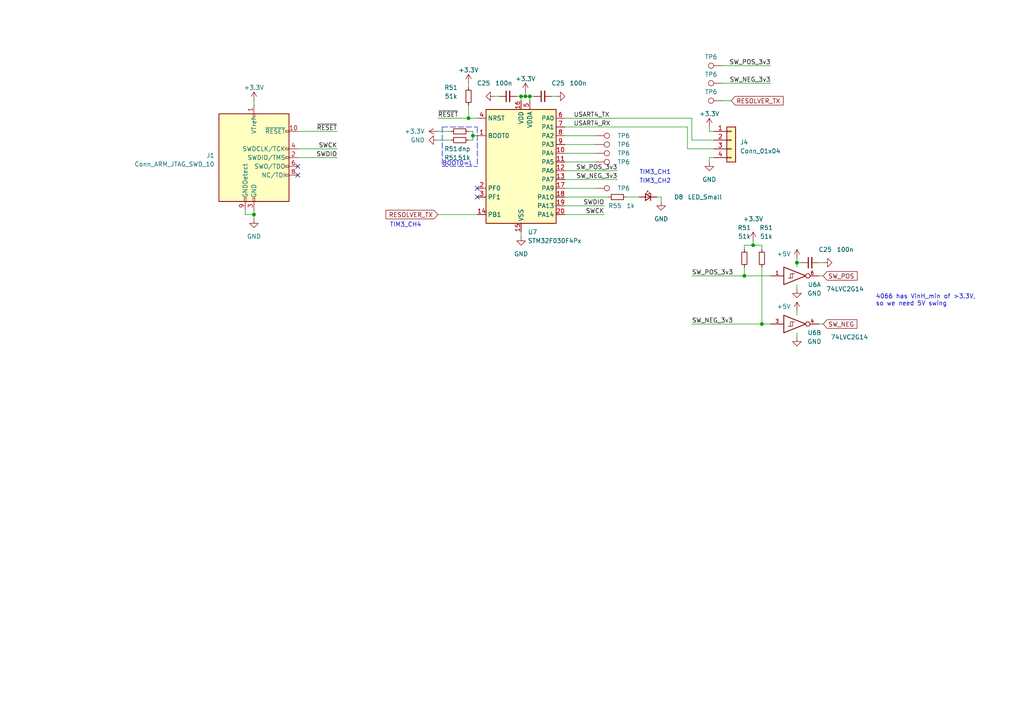
<source format=kicad_sch>
(kicad_sch (version 20221206) (generator eeschema)
  (paper "A4")
  (lib_symbols
    (symbol "74xGxx:74LVC2G14" (pin_names (offset 1.016))
      (property "Reference" "U" (at -2.54 3.81 0))
      (property "Value" "74LVC2G14" (at 0 -3.81 0))
      (symbol "74LVC2G14_0_1"
        (polyline (pts (xy -1.905 -0.635) (xy -1.27 -0.635) (xy -1.27 0.635)))
        (polyline (pts (xy -3.81 2.54) (xy -3.81 -2.54) (xy 2.54 0) (xy -3.81 2.54)) (stroke (width 0.254)))
        (polyline (pts (xy -2.54 -0.635) (xy -1.905 -0.635) (xy -1.905 0.635) (xy -0.635 0.635)))
        (pin power_in line (at 0 -2.54 270) (length 0) hide (name "GND") (number "2"))
        (pin power_in line (at 0 2.54 90) (length 0) hide (name "VCC") (number "5"))
      )
      (symbol "74LVC2G14_1_1"
        (pin input line (at -7.62 0 0) (length 3.81) (name "~") (number "1"))
        (pin output inverted (at 6.35 0 180) (length 3.81) (name "~") (number "6"))
      )
      (symbol "74LVC2G14_2_1"
        (pin input line (at -7.62 0 0) (length 3.81) (name "~") (number "3"))
        (pin output inverted (at 6.35 0 180) (length 3.81) (name "~") (number "4"))
      )
    )
    (symbol "Connector:Conn_ARM_JTAG_SWD_10" (pin_names (offset 1.016))
      (property "Reference" "J" (at -2.54 16.51 0))
      (property "Value" "Conn_ARM_JTAG_SWD_10" (at -2.54 13.97 0))
      (symbol "Conn_ARM_JTAG_SWD_10_0_1"
        (rectangle (start -10.16 12.7) (end 10.16 -12.7) (stroke (width 0.254)) (fill (type background)))
        (rectangle (start -2.794 -12.7) (end -2.286 -11.684))
        (rectangle (start -0.254 -12.7) (end 0.254 -11.684))
        (rectangle (start -0.254 12.7) (end 0.254 11.684))
        (rectangle (start 9.144 2.286) (end 10.16 2.794))
        (rectangle (start 10.16 -2.794) (end 9.144 -2.286))
        (rectangle (start 10.16 -0.254) (end 9.144 0.254))
        (rectangle (start 10.16 7.874) (end 9.144 7.366))
      )
      (symbol "Conn_ARM_JTAG_SWD_10_1_1"
        (rectangle (start 9.144 -5.334) (end 10.16 -4.826))
        (pin power_in line (at 0 15.24 270) (length 2.54) (name "VTref") (number "1"))
        (pin open_collector line (at 12.7 7.62 180) (length 2.54) (name "~{RESET}") (number "10"))
        (pin bidirectional line (at 12.7 0 180) (length 2.54) (name "SWDIO/TMS") (number "2"))
        (pin power_in line (at 0 -15.24 90) (length 2.54) (name "GND") (number "3"))
        (pin output line (at 12.7 2.54 180) (length 2.54) (name "SWDCLK/TCK") (number "4"))
        (pin passive line (at 0 -15.24 90) (length 2.54) hide (name "GND") (number "5"))
        (pin input line (at 12.7 -2.54 180) (length 2.54) (name "SWO/TDO") (number "6"))
        (pin no_connect line (at -10.16 0 0) (length 2.54) hide (name "KEY") (number "7"))
        (pin output line (at 12.7 -5.08 180) (length 2.54) (name "NC/TDI") (number "8"))
        (pin passive line (at -2.54 -15.24 90) (length 2.54) (name "GNDDetect") (number "9"))
      )
    )
    (symbol "Connector:TestPoint" (pin_numbers hide) (pin_names (offset 0.762) hide)
      (property "Reference" "TP" (at 0 6.858 0))
      (property "Value" "TestPoint" (at 0 5.08 0))
      (symbol "TestPoint_0_1"
        (circle (center 0 3.302) (radius 0.762))
      )
      (symbol "TestPoint_1_1"
        (pin passive line (at 0 0 90) (length 2.54) (name "1") (number "1"))
      )
    )
    (symbol "Connector_Generic:Conn_01x04" (pin_names (offset 1.016) hide)
      (property "Reference" "J" (at 0 5.08 0))
      (property "Value" "Conn_01x04" (at 0 -7.62 0))
      (symbol "Conn_01x04_1_1"
        (rectangle (start -1.27 -4.953) (end 0 -5.207) (stroke (width 0.1524)))
        (rectangle (start -1.27 -2.413) (end 0 -2.667) (stroke (width 0.1524)))
        (rectangle (start -1.27 0.127) (end 0 -0.127) (stroke (width 0.1524)))
        (rectangle (start -1.27 2.667) (end 0 2.413) (stroke (width 0.1524)))
        (rectangle (start -1.27 3.81) (end 1.27 -6.35) (stroke (width 0.254)) (fill (type background)))
        (pin passive line (at -5.08 2.54 0) (length 3.81) (name "Pin_1") (number "1"))
        (pin passive line (at -5.08 0 0) (length 3.81) (name "Pin_2") (number "2"))
        (pin passive line (at -5.08 -2.54 0) (length 3.81) (name "Pin_3") (number "3"))
        (pin passive line (at -5.08 -5.08 0) (length 3.81) (name "Pin_4") (number "4"))
      )
    )
    (symbol "Device:C_Small" (pin_numbers hide) (pin_names (offset 0.254) hide)
      (property "Reference" "C" (at 0.254 1.778 0))
      (property "Value" "C_Small" (at 0.254 -2.032 0))
      (symbol "C_Small_0_1"
        (polyline (pts (xy -1.524 -0.508) (xy 1.524 -0.508)) (stroke (width 0.3302)))
        (polyline (pts (xy -1.524 0.508) (xy 1.524 0.508)) (stroke (width 0.3048)))
      )
      (symbol "C_Small_1_1"
        (pin passive line (at 0 2.54 270) (length 2.032) (name "~") (number "1"))
        (pin passive line (at 0 -2.54 90) (length 2.032) (name "~") (number "2"))
      )
    )
    (symbol "Device:LED_Small" (pin_numbers hide) (pin_names (offset 0.254) hide)
      (property "Reference" "D" (at -1.27 3.175 0))
      (property "Value" "LED_Small" (at -4.445 -2.54 0))
      (symbol "LED_Small_0_1"
        (polyline (pts (xy -0.762 -1.016) (xy -0.762 1.016)) (stroke (width 0.254)))
        (polyline (pts (xy 1.016 0) (xy -0.762 0)))
        (polyline (pts (xy 0.762 -1.016) (xy -0.762 0) (xy 0.762 1.016) (xy 0.762 -1.016)) (stroke (width 0.254)))
        (polyline (pts (xy 0 0.762) (xy -0.508 1.27) (xy -0.254 1.27) (xy -0.508 1.27) (xy -0.508 1.016)))
        (polyline (pts (xy 0.508 1.27) (xy 0 1.778) (xy 0.254 1.778) (xy 0 1.778) (xy 0 1.524)))
      )
      (symbol "LED_Small_1_1"
        (pin passive line (at -2.54 0 0) (length 1.778) (name "K") (number "1"))
        (pin passive line (at 2.54 0 180) (length 1.778) (name "A") (number "2"))
      )
    )
    (symbol "Device:R_Small" (pin_numbers hide) (pin_names (offset 0.254) hide)
      (property "Reference" "R" (at 0.762 0.508 0))
      (property "Value" "R_Small" (at 0.762 -1.016 0))
      (symbol "R_Small_0_1"
        (rectangle (start -0.762 1.778) (end 0.762 -1.778) (stroke (width 0.2032)))
      )
      (symbol "R_Small_1_1"
        (pin passive line (at 0 2.54 270) (length 0.762) (name "~") (number "1"))
        (pin passive line (at 0 -2.54 90) (length 0.762) (name "~") (number "2"))
      )
    )
    (symbol "MCU_ST_STM32F0:STM32F030F4Px"
      (property "Reference" "U" (at -10.16 16.51 0))
      (property "Value" "STM32F030F4Px" (at 5.08 16.51 0))
      (symbol "STM32F030F4Px_0_1"
        (rectangle (start -10.16 -17.78) (end 10.16 15.24) (stroke (width 0.254)) (fill (type background)))
      )
      (symbol "STM32F030F4Px_1_1"
        (pin input line (at -12.7 7.62 0) (length 2.54) (name "BOOT0") (number "1"))
        (pin bidirectional line (at 12.7 2.54 180) (length 2.54) (name "PA4") (number "10"))
        (pin bidirectional line (at 12.7 0 180) (length 2.54) (name "PA5") (number "11"))
        (pin bidirectional line (at 12.7 -2.54 180) (length 2.54) (name "PA6") (number "12"))
        (pin bidirectional line (at 12.7 -5.08 180) (length 2.54) (name "PA7") (number "13"))
        (pin bidirectional line (at -12.7 -15.24 0) (length 2.54) (name "PB1") (number "14"))
        (pin power_in line (at 0 -20.32 90) (length 2.54) (name "VSS") (number "15"))
        (pin power_in line (at 0 17.78 270) (length 2.54) (name "VDD") (number "16"))
        (pin bidirectional line (at 12.7 -7.62 180) (length 2.54) (name "PA9") (number "17"))
        (pin bidirectional line (at 12.7 -10.16 180) (length 2.54) (name "PA10") (number "18"))
        (pin bidirectional line (at 12.7 -12.7 180) (length 2.54) (name "PA13") (number "19"))
        (pin input line (at -12.7 -7.62 0) (length 2.54) (name "PF0") (number "2"))
        (pin bidirectional line (at 12.7 -15.24 180) (length 2.54) (name "PA14") (number "20"))
        (pin input line (at -12.7 -10.16 0) (length 2.54) (name "PF1") (number "3"))
        (pin input line (at -12.7 12.7 0) (length 2.54) (name "NRST") (number "4"))
        (pin power_in line (at 2.54 17.78 270) (length 2.54) (name "VDDA") (number "5"))
        (pin bidirectional line (at 12.7 12.7 180) (length 2.54) (name "PA0") (number "6"))
        (pin bidirectional line (at 12.7 10.16 180) (length 2.54) (name "PA1") (number "7"))
        (pin bidirectional line (at 12.7 7.62 180) (length 2.54) (name "PA2") (number "8"))
        (pin bidirectional line (at 12.7 5.08 180) (length 2.54) (name "PA3") (number "9"))
      )
    )
    (symbol "power:+3.3V" (power) (pin_names (offset 0))
      (property "Value" "+3.3V" (at 0 3.556 0))
      (symbol "+3.3V_0_1"
        (polyline (pts (xy -0.762 1.27) (xy 0 2.54)))
        (polyline (pts (xy 0 0) (xy 0 2.54)))
        (polyline (pts (xy 0 2.54) (xy 0.762 1.27)))
      )
      (symbol "+3.3V_1_1"
        (pin power_in line (at 0 0 90) (length 0) hide (name "+3.3V") (number "1"))
      )
    )
    (symbol "power:+5V" (power) (pin_names (offset 0))
      (property "Value" "+5V" (at 0 3.556 0))
      (symbol "+5V_0_1"
        (polyline (pts (xy -0.762 1.27) (xy 0 2.54)))
        (polyline (pts (xy 0 0) (xy 0 2.54)))
        (polyline (pts (xy 0 2.54) (xy 0.762 1.27)))
      )
      (symbol "+5V_1_1"
        (pin power_in line (at 0 0 90) (length 0) hide (name "+5V") (number "1"))
      )
    )
    (symbol "power:GND" (power) (pin_names (offset 0))
      (property "Value" "GND" (at 0 -3.81 0))
      (symbol "GND_0_1"
        (polyline (pts (xy 0 0) (xy 0 -1.27) (xy 1.27 -1.27) (xy 0 -2.54) (xy -1.27 -1.27) (xy 0 -1.27)))
      )
      (symbol "GND_1_1"
        (pin power_in line (at 0 0 270) (length 0) hide (name "GND") (number "1"))
      )
    )
  )
  (junction (at 220.98 93.98))
  (junction (at 152.4 27.94))
  (junction (at 73.66 62.23))
  (junction (at 153.67 27.94))
  (junction (at 218.44 71.12))
  (junction (at 135.89 34.29))
  (junction (at 137.16 39.37))
  (junction (at 215.9 80.01))
  (junction (at 231.14 76.2))
  (junction (at 151.13 27.94))
  (no_connect (at 86.36 48.26))
  (no_connect (at 86.36 50.8))
  (no_connect (at 138.43 57.15))
  (no_connect (at 138.43 54.61))
  (wire (pts (xy 163.83 62.23) (xy 175.26 62.23)))
  (wire (pts (xy 86.36 43.18) (xy 97.79 43.18)))
  (wire (pts (xy 200.66 34.29) (xy 200.66 40.64)))
  (wire (pts (xy 207.01 38.1) (xy 205.74 38.1)))
  (wire (pts (xy 135.89 38.1) (xy 137.16 38.1)))
  (wire (pts (xy 163.83 39.37) (xy 172.72 39.37)))
  (wire (pts (xy 218.44 71.12) (xy 220.98 71.12)))
  (wire (pts (xy 163.83 36.83) (xy 199.39 36.83)))
  (wire (pts (xy 127 38.1) (xy 130.81 38.1)))
  (wire (pts (xy 71.12 62.23) (xy 73.66 62.23)))
  (wire (pts (xy 135.89 30.48) (xy 135.89 34.29)))
  (wire (pts (xy 209.55 29.21) (xy 212.09 29.21)))
  (wire (pts (xy 231.14 76.2) (xy 232.41 76.2)))
  (wire (pts (xy 231.14 82.55) (xy 231.14 83.82)))
  (wire (pts (xy 135.89 40.64) (xy 137.16 40.64)))
  (wire (pts (xy 163.83 34.29) (xy 200.66 34.29)))
  (wire (pts (xy 199.39 43.18) (xy 199.39 36.83)))
  (wire (pts (xy 163.83 59.69) (xy 175.26 59.69)))
  (wire (pts (xy 181.61 57.15) (xy 185.42 57.15)))
  (wire (pts (xy 149.86 27.94) (xy 151.13 27.94)))
  (wire (pts (xy 237.49 93.98) (xy 238.76 93.98)))
  (wire (pts (xy 231.14 90.17) (xy 231.14 91.44)))
  (wire (pts (xy 163.83 57.15) (xy 176.53 57.15)))
  (wire (pts (xy 137.16 39.37) (xy 137.16 40.64)))
  (wire (pts (xy 205.74 36.83) (xy 205.74 38.1)))
  (wire (pts (xy 237.49 76.2) (xy 238.76 76.2)))
  (wire (pts (xy 209.55 24.13) (xy 223.52 24.13)))
  (wire (pts (xy 220.98 77.47) (xy 220.98 93.98)))
  (wire (pts (xy 205.74 45.72) (xy 205.74 46.99)))
  (wire (pts (xy 143.51 27.94) (xy 144.78 27.94)))
  (wire (pts (xy 215.9 80.01) (xy 223.52 80.01)))
  (wire (pts (xy 153.67 27.94) (xy 154.94 27.94)))
  (wire (pts (xy 220.98 93.98) (xy 223.52 93.98)))
  (wire (pts (xy 163.83 52.07) (xy 179.07 52.07)))
  (wire (pts (xy 86.36 45.72) (xy 97.79 45.72)))
  (wire (pts (xy 191.77 57.15) (xy 191.77 58.42)))
  (wire (pts (xy 135.89 24.13) (xy 135.89 25.4)))
  (polyline (pts (xy 128.27 48.26) (xy 138.43 48.26)) (stroke (width 0) (type dash)))
  (wire (pts (xy 71.12 60.96) (xy 71.12 62.23)))
  (wire (pts (xy 209.55 19.05) (xy 223.52 19.05)))
  (wire (pts (xy 151.13 27.94) (xy 151.13 29.21)))
  (wire (pts (xy 231.14 74.93) (xy 231.14 76.2)))
  (wire (pts (xy 207.01 45.72) (xy 205.74 45.72)))
  (wire (pts (xy 215.9 77.47) (xy 215.9 80.01)))
  (wire (pts (xy 73.66 29.21) (xy 73.66 30.48)))
  (wire (pts (xy 163.83 44.45) (xy 172.72 44.45)))
  (polyline (pts (xy 128.27 36.83) (xy 138.43 36.83)) (stroke (width 0) (type dash)))
  (wire (pts (xy 137.16 38.1) (xy 137.16 39.37)))
  (wire (pts (xy 86.36 38.1) (xy 97.79 38.1)))
  (wire (pts (xy 215.9 71.12) (xy 218.44 71.12)))
  (wire (pts (xy 220.98 71.12) (xy 220.98 72.39)))
  (wire (pts (xy 218.44 69.85) (xy 218.44 71.12)))
  (wire (pts (xy 207.01 43.18) (xy 199.39 43.18)))
  (wire (pts (xy 231.14 76.2) (xy 231.14 77.47)))
  (wire (pts (xy 163.83 54.61) (xy 172.72 54.61)))
  (wire (pts (xy 160.02 27.94) (xy 161.29 27.94)))
  (wire (pts (xy 163.83 41.91) (xy 172.72 41.91)))
  (wire (pts (xy 152.4 26.67) (xy 152.4 27.94)))
  (wire (pts (xy 151.13 27.94) (xy 152.4 27.94)))
  (polyline (pts (xy 128.27 36.83) (xy 128.27 48.26)) (stroke (width 0) (type dash)))
  (wire (pts (xy 138.43 62.23) (xy 127 62.23)))
  (wire (pts (xy 152.4 27.94) (xy 153.67 27.94)))
  (wire (pts (xy 200.66 40.64) (xy 207.01 40.64)))
  (wire (pts (xy 237.49 80.01) (xy 238.76 80.01)))
  (wire (pts (xy 200.66 80.01) (xy 215.9 80.01)))
  (wire (pts (xy 127 40.64) (xy 130.81 40.64)))
  (wire (pts (xy 215.9 72.39) (xy 215.9 71.12)))
  (wire (pts (xy 73.66 62.23) (xy 73.66 63.5)))
  (wire (pts (xy 135.89 34.29) (xy 138.43 34.29)))
  (wire (pts (xy 190.5 57.15) (xy 191.77 57.15)))
  (wire (pts (xy 127 34.29) (xy 135.89 34.29)))
  (wire (pts (xy 151.13 67.31) (xy 151.13 68.58)))
  (wire (pts (xy 153.67 27.94) (xy 153.67 29.21)))
  (wire (pts (xy 73.66 60.96) (xy 73.66 62.23)))
  (wire (pts (xy 163.83 46.99) (xy 172.72 46.99)))
  (wire (pts (xy 200.66 93.98) (xy 220.98 93.98)))
  (wire (pts (xy 231.14 96.52) (xy 231.14 97.79)))
  (polyline (pts (xy 138.43 36.83) (xy 138.43 48.26)) (stroke (width 0) (type dash)))
  (wire (pts (xy 137.16 39.37) (xy 138.43 39.37)))
  (wire (pts (xy 163.83 49.53) (xy 179.07 49.53)))
  (text "TIM3_CH2" (at 185.42 53.34 0) (effects (font (size 1.27 1.27)) (justify left bottom)))
  (text "BOOT0=L" (at 128.27 48.26 0) (effects (font (size 1.27 1.27)) (justify left bottom)))
  (text "TIM3_CH4" (at 113.03 66.04 0) (effects (font (size 1.27 1.27)) (justify left bottom)))
  (text "4066 has VinH_min of >3.3V,\nso we need 5V swing" (at 254 88.9 0) (effects (font (size 1.27 1.27)) (justify left bottom)))
  (text "TIM3_CH1" (at 185.42 50.8 0) (effects (font (size 1.27 1.27)) (justify left bottom)))
  (label "SW_POS_3v3" (at 200.66 80.01 0))
  (label "SW_POS_3v3" (at 179.07 49.53 180))
  (label "SW_NEG_3v3" (at 179.07 52.07 180))
  (label "SWDIO" (at 175.26 59.69 180))
  (label "~{RESET}" (at 97.79 38.1 180))
  (label "SWDIO" (at 97.79 45.72 180))
  (label "SWCK" (at 97.79 43.18 180))
  (label "SW_NEG_3v3" (at 200.66 93.98 0))
  (label "USART4_TX" (at 166.37 34.29 0))
  (label "SW_NEG_3v3" (at 223.52 24.13 180))
  (label "SWCK" (at 175.26 62.23 180))
  (label "~{RESET}" (at 127 34.29 0))
  (label "USART4_RX" (at 166.37 36.83 0))
  (label "SW_POS_3v3" (at 223.52 19.05 180))
  (global_label "RESOLVER_TX" (shape input) (at 127 62.23 180) (property "Intersheetrefs" "${INTERSHEET_REFS}" (effects hide)))
  (global_label "SW_NEG" (shape input) (at 238.76 93.98 0) (property "Intersheetrefs" "${INTERSHEET_REFS}" (effects hide)))
  (global_label "SW_POS" (shape input) (at 238.76 80.01 0) (property "Intersheetrefs" "${INTERSHEET_REFS}" (effects hide)))
  (global_label "RESOLVER_TX" (shape input) (at 212.09 29.21 0) (property "Intersheetrefs" "${INTERSHEET_REFS}" (effects hide)))
  (symbol (lib_id "power:GND") (at 161.29 27.94 90) (unit 1)
    (property "Reference" "#PWR0146" (effects hide))
    (property "Value" "GND" (effects hide))
  )
  (symbol (lib_id "74xGxx:74LVC2G14") (at 231.14 80.01 0) (unit 1)
    (property "Reference" "U6" (at 236.22 82.55 0))
    (property "Value" "74LVC2G14" (at 245.11 83.82 0))
    (property "Footprint" "Package_TO_SOT_SMD:SOT-23-6" (effects hide))
    (property "Datasheet" "https://www.ti.com/lit/ds/symlink/sn74lvc2g14.pdf" (effects hide))
  )
  (symbol (lib_id "power:+5V") (at 231.14 74.93 0) (unit 1)
    (property "Reference" "#PWR0145" (effects hide))
    (property "Value" "+5V" (at 227.33 73.66 0))
  )
  (symbol (lib_id "Connector:Conn_ARM_JTAG_SWD_10") (at 73.66 45.72 0) (unit 1)
    (property "Reference" "J1" (at 62.23 45.085 0) (effects (justify right)))
    (property "Value" "Conn_ARM_JTAG_SWD_10" (at 62.23 47.625 0) (effects (justify right)))
    (property "Footprint" "Connector_PinHeader_2.54mm:PinHeader_2x05_P2.54mm_Vertical" (effects hide))
    (property "Datasheet" "http://infocenter.arm.com/help/topic/com.arm.doc.ddi0314h/DDI0314H_coresight_components_trm.pdf" (effects hide))
  )
  (symbol (lib_id "Connector_Generic:Conn_01x04") (at 212.09 40.64 0) (unit 1)
    (property "Reference" "J4" (at 214.63 41.275 0) (effects (justify left)))
    (property "Value" "Conn_01x04" (at 214.63 43.815 0) (effects (justify left)))
    (property "Footprint" "Connector_PinHeader_2.54mm:PinHeader_1x04_P2.54mm_Vertical" (effects hide))
  )
  (symbol (lib_id "Device:LED_Small") (at 187.96 57.15 0) (mirror y) (unit 1)
    (property "Reference" "D8" (at 196.85 57.15 0))
    (property "Value" "LED_Small" (at 204.47 57.15 0))
    (property "Footprint" "LED_SMD:LED_0603_1608Metric" (effects hide))
    (instances (project "resolver-to-sincos" (path "" (reference "D8") (unit 1)) (path "" (reference "D9") (unit 1))))
  )
  (symbol (lib_id "Connector:TestPoint") (at 172.72 39.37 270) (unit 1)
    (property "Reference" "TP6" (at 179.07 39.37 90) (effects (justify left)))
    (property "Value" "TestPoint" (effects hide))
    (property "Footprint" "TestPoint:TestPoint_Pad_1.5x1.5mm" (effects hide))
    (instances (project "resolver-to-sincos" (path "" (reference "TP6") (unit 1)) (path "" (reference "TP13") (unit 1))))
  )
  (symbol (lib_id "power:+3.3V") (at 73.66 29.21 0) (unit 1)
    (property "Reference" "#PWR0135" (effects hide))
    (property "Value" "+3.3V" (at 73.66 25.4 0))
  )
  (symbol (lib_id "Device:C_Small") (at 147.32 27.94 90) (unit 1)
    (property "Reference" "C25" (at 142.24 24.13 90) (effects (justify left)))
    (property "Value" "100n" (at 148.59 24.13 90) (effects (justify left)))
    (property "Footprint" "Capacitor_SMD:C_0603_1608Metric" (effects hide))
    (instances (project "resolver-to-sincos" (path "" (reference "C25") (unit 1)) (path "" (reference "C30") (unit 1))))
  )
  (symbol (lib_id "power:+3.3V") (at 218.44 69.85 0) (unit 1)
    (property "Reference" "#PWR0140" (effects hide))
    (property "Value" "+3.3V" (at 218.44 63.5 0))
  )
  (symbol (lib_id "Device:C_Small") (at 157.48 27.94 90) (unit 1)
    (property "Reference" "C25" (at 163.83 24.13 90) (effects (justify left)))
    (property "Value" "100n" (at 170.18 24.13 90) (effects (justify left)))
    (property "Footprint" "Capacitor_SMD:C_0603_1608Metric" (effects hide))
    (instances (project "resolver-to-sincos" (path "" (reference "C25") (unit 1)) (path "" (reference "C29") (unit 1))))
  )
  (symbol (lib_id "power:+3.3V") (at 135.89 24.13 0) (unit 1)
    (property "Reference" "#PWR0134" (effects hide))
    (property "Value" "+3.3V" (at 135.89 20.32 0))
  )
  (symbol (lib_id "Connector:TestPoint") (at 209.55 19.05 90) (unit 1)
    (property "Reference" "TP6" (at 206.248 16.51 90))
    (property "Value" "TestPoint" (effects hide))
    (property "Footprint" "TestPoint:TestPoint_Pad_1.5x1.5mm" (effects hide))
    (instances (project "resolver-to-sincos" (path "" (reference "TP6") (unit 1)) (path "" (reference "TP10") (unit 1))))
  )
  (symbol (lib_id "MCU_ST_STM32F0:STM32F030F4Px") (at 151.13 46.99 0) (unit 1)
    (property "Reference" "U7" (at 153.0859 67.31 0) (effects (justify left)))
    (property "Value" "STM32F030F4Px" (at 153.0859 69.85 0) (effects (justify left)))
    (property "Footprint" "Package_SO:TSSOP-20_4.4x6.5mm_P0.65mm" (effects hide))
    (property "Datasheet" "http://www.st.com/st-web-ui/static/active/en/resource/technical/document/datasheet/DM00088500.pdf" (effects hide))
  )
  (symbol (lib_id "Device:R_Small") (at 133.35 38.1 90) (unit 1)
    (property "Reference" "R51" (at 130.81 43.18 90))
    (property "Value" "dnp" (at 134.62 43.18 90))
    (property "Footprint" "Resistor_SMD:R_0603_1608Metric" (effects hide))
    (instances (project "resolver-to-sincos" (path "" (reference "R51") (unit 1)) (path "" (reference "R56") (unit 1))))
  )
  (symbol (lib_id "Device:C_Small") (at 234.95 76.2 90) (unit 1)
    (property "Reference" "C25" (at 241.3 72.39 90) (effects (justify left)))
    (property "Value" "100n" (at 247.65 72.39 90) (effects (justify left)))
    (property "Footprint" "Capacitor_SMD:C_0603_1608Metric" (effects hide))
    (instances (project "resolver-to-sincos" (path "" (reference "C25") (unit 1)) (path "" (reference "C35") (unit 1))))
  )
  (symbol (lib_id "power:GND") (at 205.74 46.99 0) (unit 1)
    (property "Reference" "#PWR0141" (effects hide))
    (property "Value" "GND" (at 205.74 52.07 0))
  )
  (symbol (lib_id "power:+3.3V") (at 205.74 36.83 0) (unit 1)
    (property "Reference" "#PWR0147" (effects hide))
    (property "Value" "+3.3V" (at 205.74 33.02 0))
  )
  (symbol (lib_id "Connector:TestPoint") (at 172.72 54.61 270) (unit 1)
    (property "Reference" "TP6" (at 179.07 54.61 90) (effects (justify left)))
    (property "Value" "TestPoint" (effects hide))
    (property "Footprint" "TestPoint:TestPoint_Pad_1.5x1.5mm" (effects hide))
    (instances (project "resolver-to-sincos" (path "" (reference "TP6") (unit 1)) (path "" (reference "TP17") (unit 1))))
  )
  (symbol (lib_id "power:GND") (at 151.13 68.58 0) (unit 1)
    (property "Reference" "#PWR0133" (effects hide))
    (property "Value" "GND" (at 151.13 73.66 0))
  )
  (symbol (lib_id "Connector:TestPoint") (at 172.72 44.45 270) (unit 1)
    (property "Reference" "TP6" (at 179.07 44.45 90) (effects (justify left)))
    (property "Value" "TestPoint" (effects hide))
    (property "Footprint" "TestPoint:TestPoint_Pad_1.5x1.5mm" (effects hide))
    (instances (project "resolver-to-sincos" (path "" (reference "TP6") (unit 1)) (path "" (reference "TP15") (unit 1))))
  )
  (symbol (lib_id "power:GND") (at 231.14 97.79 0) (unit 1)
    (property "Reference" "#PWR0142" (effects hide))
    (property "Value" "GND" (at 236.22 99.06 0))
  )
  (symbol (lib_id "power:+3.3V") (at 127 38.1 90) (unit 1)
    (property "Reference" "#PWR0138" (effects hide))
    (property "Value" "+3.3V" (at 123.19 38.1 90) (effects (justify left)))
  )
  (symbol (lib_id "power:+3.3V") (at 152.4 26.67 0) (unit 1)
    (property "Reference" "#PWR0132" (effects hide))
    (property "Value" "+3.3V" (at 152.4 22.86 0))
  )
  (symbol (lib_id "power:GND") (at 127 40.64 270) (unit 1)
    (property "Reference" "#PWR0137" (effects hide))
    (property "Value" "GND" (at 123.19 40.64 90) (effects (justify right)))
  )
  (symbol (lib_id "Connector:TestPoint") (at 172.72 41.91 270) (unit 1)
    (property "Reference" "TP6" (at 179.07 41.91 90) (effects (justify left)))
    (property "Value" "TestPoint" (effects hide))
    (property "Footprint" "TestPoint:TestPoint_Pad_1.5x1.5mm" (effects hide))
    (instances (project "resolver-to-sincos" (path "" (reference "TP6") (unit 1)) (path "" (reference "TP14") (unit 1))))
  )
  (symbol (lib_id "Device:R_Small") (at 220.98 74.93 0) (unit 1)
    (property "Reference" "R51" (at 222.25 66.04 0))
    (property "Value" "51k" (at 222.25 68.58 0))
    (property "Footprint" "Resistor_SMD:R_0603_1608Metric" (effects hide))
    (instances (project "resolver-to-sincos" (path "" (reference "R51") (unit 1)) (path "" (reference "R64") (unit 1))))
  )
  (symbol (lib_id "Device:R_Small") (at 133.35 40.64 90) (unit 1)
    (property "Reference" "R51" (at 130.81 45.72 90))
    (property "Value" "51k" (at 134.62 45.72 90))
    (property "Footprint" "Resistor_SMD:R_0603_1608Metric" (effects hide))
    (instances (project "resolver-to-sincos" (path "" (reference "R51") (unit 1)) (path "" (reference "R57") (unit 1))))
  )
  (symbol (lib_id "power:GND") (at 73.66 63.5 0) (unit 1)
    (property "Reference" "#PWR0136" (effects hide))
    (property "Value" "GND" (at 73.66 68.58 0))
  )
  (symbol (lib_id "Connector:TestPoint") (at 209.55 29.21 90) (unit 1)
    (property "Reference" "TP6" (at 206.248 26.67 90))
    (property "Value" "TestPoint" (effects hide))
    (property "Footprint" "TestPoint:TestPoint_Pad_1.5x1.5mm" (effects hide))
    (instances (project "resolver-to-sincos" (path "" (reference "TP6") (unit 1)) (path "" (reference "TP12") (unit 1))))
  )
  (symbol (lib_id "power:GND") (at 231.14 83.82 0) (unit 1)
    (property "Reference" "#PWR0144" (effects hide))
    (property "Value" "GND" (at 236.22 85.09 0))
  )
  (symbol (lib_id "power:GND") (at 191.77 58.42 0) (unit 1)
    (property "Reference" "#PWR0139" (effects hide))
    (property "Value" "GND" (at 191.77 63.5 0))
  )
  (symbol (lib_id "74xGxx:74LVC2G14") (at 231.14 93.98 0) (unit 2)
    (property "Reference" "U6" (at 236.22 96.52 0))
    (property "Value" "74LVC2G14" (at 246.38 97.79 0))
    (property "Footprint" "Package_TO_SOT_SMD:SOT-23-6" (effects hide))
    (property "Datasheet" "https://www.ti.com/lit/ds/symlink/sn74lvc2g14.pdf" (effects hide))
  )
  (symbol (lib_id "Device:R_Small") (at 215.9 74.93 0) (unit 1)
    (property "Reference" "R51" (at 215.9 66.04 0))
    (property "Value" "51k" (at 215.9 68.58 0))
    (property "Footprint" "Resistor_SMD:R_0603_1608Metric" (effects hide))
    (instances (project "resolver-to-sincos" (path "" (reference "R51") (unit 1)) (path "" (reference "R65") (unit 1))))
  )
  (symbol (lib_id "Device:R_Small") (at 135.89 27.94 0) (unit 1)
    (property "Reference" "R51" (at 130.81 25.4 0))
    (property "Value" "51k" (at 130.81 27.94 0))
    (property "Footprint" "Resistor_SMD:R_0603_1608Metric" (effects hide))
    (instances (project "resolver-to-sincos" (path "" (reference "R51") (unit 1)) (path "" (reference "R58") (unit 1))))
  )
  (symbol (lib_id "power:GND") (at 143.51 27.94 270) (unit 1)
    (property "Reference" "#PWR0124" (effects hide))
    (property "Value" "GND" (effects hide))
  )
  (symbol (lib_id "power:+5V") (at 231.14 90.17 0) (unit 1)
    (property "Reference" "#PWR0143" (effects hide))
    (property "Value" "+5V" (at 227.33 88.9 0))
  )
  (symbol (lib_id "Connector:TestPoint") (at 172.72 46.99 270) (unit 1)
    (property "Reference" "TP6" (at 179.07 46.99 90) (effects (justify left)))
    (property "Value" "TestPoint" (effects hide))
    (property "Footprint" "TestPoint:TestPoint_Pad_1.5x1.5mm" (effects hide))
    (instances (project "resolver-to-sincos" (path "" (reference "TP6") (unit 1)) (path "" (reference "TP16") (unit 1))))
  )
  (symbol (lib_id "Connector:TestPoint") (at 209.55 24.13 90) (unit 1)
    (property "Reference" "TP6" (at 206.248 21.59 90))
    (property "Value" "TestPoint" (effects hide))
    (property "Footprint" "TestPoint:TestPoint_Pad_1.5x1.5mm" (effects hide))
    (instances (project "resolver-to-sincos" (path "" (reference "TP6") (unit 1)) (path "" (reference "TP11") (unit 1))))
  )
  (symbol (lib_id "Device:R_Small") (at 179.07 57.15 90) (unit 1)
    (property "Reference" "R55" (at 180.34 59.69 90) (effects (justify left)))
    (property "Value" "1k" (at 184.15 59.69 90) (effects (justify left)))
    (property "Footprint" "Resistor_SMD:R_0603_1608Metric" (effects hide))
    (instances (project "resolver-to-sincos" (path "" (reference "R55") (unit 1)) (path "" (reference "R60") (unit 1))))
  )
  (symbol (lib_id "power:GND") (at 238.76 76.2 90) (unit 1)
    (property "Reference" "#PWR0127" (effects hide))
    (property "Value" "GND" (effects hide))
  )
)
</source>
